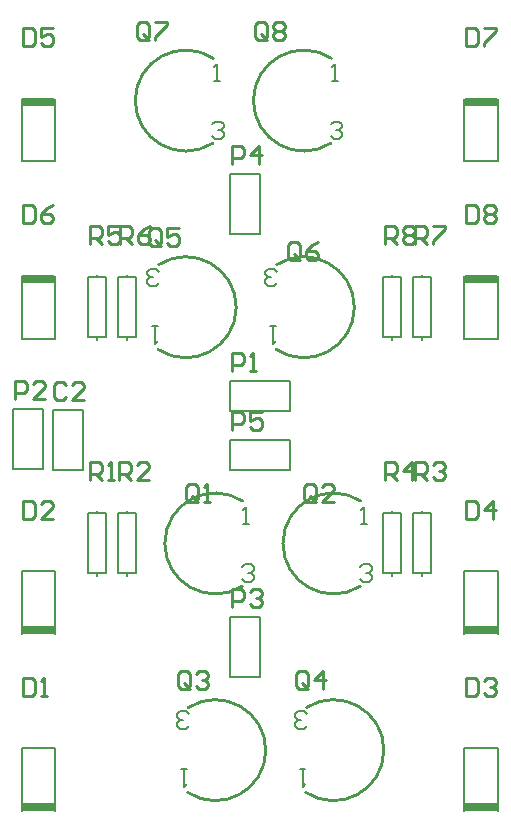
<source format=gto>
%FSLAX44Y44*%
%MOMM*%
G71*
G01*
G75*
%ADD10O,2.0000X1.0000*%
%ADD11O,2.0000X1.0000*%
%ADD12R,1.5000X1.5000*%
%ADD13C,1.5000*%
%ADD14C,1.4000*%
%ADD15R,1.5000X1.5000*%
%ADD16C,1.2000*%
%ADD17R,2.0000X2.0000*%
%ADD18C,2.0000*%
%ADD19C,1.5240*%
%ADD20C,0.6000*%
%ADD21C,0.8000*%
%ADD22C,0.2540*%
%ADD23C,0.2000*%
%ADD24C,0.1500*%
%ADD25R,2.8000X0.8000*%
D22*
X401677Y389194D02*
G03*
X402172Y461124I23323J35806D01*
G01*
X323323Y1010806D02*
G03*
X322828Y938876I-23323J-35806D01*
G01*
X301677Y389194D02*
G03*
X302172Y461124I23323J35806D01*
G01*
X276677Y764194D02*
G03*
X277172Y836124I23323J35806D01*
G01*
X423323Y1010806D02*
G03*
X422828Y938876I-23323J-35806D01*
G01*
X376677Y764194D02*
G03*
X377172Y836124I23323J35806D01*
G01*
X448323Y635806D02*
G03*
X447828Y563876I-23323J-35806D01*
G01*
X348323Y635806D02*
G03*
X347828Y563876I-23323J-35806D01*
G01*
X268729Y1029207D02*
Y1039364D01*
X266189Y1041903D01*
X261111D01*
X258572Y1039364D01*
Y1029207D01*
X261111Y1026668D01*
X266189D01*
X263650Y1031746D02*
X268729Y1026668D01*
X266189D02*
X268729Y1029207D01*
X273807Y1041903D02*
X283964D01*
Y1039364D01*
X273807Y1029207D01*
Y1026668D01*
X278661Y854101D02*
Y864258D01*
X276122Y866797D01*
X271043D01*
X268504Y864258D01*
Y854101D01*
X271043Y851562D01*
X276122D01*
X273582Y856640D02*
X278661Y851562D01*
X276122D02*
X278661Y854101D01*
X293896Y866797D02*
X283739D01*
Y859180D01*
X288817Y861719D01*
X291357D01*
X293896Y859180D01*
Y854101D01*
X291357Y851562D01*
X286278D01*
X283739Y854101D01*
X403603Y479043D02*
Y489200D01*
X401063Y491739D01*
X395985D01*
X393446Y489200D01*
Y479043D01*
X395985Y476504D01*
X401063D01*
X398524Y481582D02*
X403603Y476504D01*
X401063D02*
X403603Y479043D01*
X416299Y476504D02*
Y491739D01*
X408681Y484122D01*
X418838D01*
X303527Y479043D02*
Y489200D01*
X300987Y491739D01*
X295909D01*
X293370Y489200D01*
Y479043D01*
X295909Y476504D01*
X300987D01*
X298448Y481582D02*
X303527Y476504D01*
X300987D02*
X303527Y479043D01*
X308605Y489200D02*
X311144Y491739D01*
X316223D01*
X318762Y489200D01*
Y486661D01*
X316223Y484122D01*
X313683D01*
X316223D01*
X318762Y481582D01*
Y479043D01*
X316223Y476504D01*
X311144D01*
X308605Y479043D01*
X338836Y746398D02*
Y761633D01*
X346454D01*
X348993Y759094D01*
Y754016D01*
X346454Y751476D01*
X338836D01*
X354071Y746398D02*
X359149D01*
X356610D01*
Y761633D01*
X354071Y759094D01*
X198891Y734488D02*
X196352Y737027D01*
X191273D01*
X188734Y734488D01*
Y724331D01*
X191273Y721792D01*
X196352D01*
X198891Y724331D01*
X214126Y721792D02*
X203969D01*
X214126Y731949D01*
Y734488D01*
X211587Y737027D01*
X206508D01*
X203969Y734488D01*
X162598Y486069D02*
Y470834D01*
X170215D01*
X172755Y473373D01*
Y483530D01*
X170215Y486069D01*
X162598D01*
X177833Y470834D02*
X182911D01*
X180372D01*
Y486069D01*
X177833Y483530D01*
X162598Y636113D02*
Y620878D01*
X170215D01*
X172755Y623417D01*
Y633574D01*
X170215Y636113D01*
X162598D01*
X187990Y620878D02*
X177833D01*
X187990Y631035D01*
Y633574D01*
X185451Y636113D01*
X180372D01*
X177833Y633574D01*
X537464Y486183D02*
Y470948D01*
X545081D01*
X547621Y473487D01*
Y483644D01*
X545081Y486183D01*
X537464D01*
X552699Y483644D02*
X555238Y486183D01*
X560317D01*
X562856Y483644D01*
Y481105D01*
X560317Y478565D01*
X557777D01*
X560317D01*
X562856Y476026D01*
Y473487D01*
X560317Y470948D01*
X555238D01*
X552699Y473487D01*
X537502Y636075D02*
Y620840D01*
X545120D01*
X547659Y623379D01*
Y633536D01*
X545120Y636075D01*
X537502D01*
X560355Y620840D02*
Y636075D01*
X552737Y628457D01*
X562894D01*
X162427Y1036228D02*
Y1020993D01*
X170044D01*
X172584Y1023532D01*
Y1033689D01*
X170044Y1036228D01*
X162427D01*
X187819D02*
X177662D01*
Y1028611D01*
X182740Y1031150D01*
X185280D01*
X187819Y1028611D01*
Y1023532D01*
X185280Y1020993D01*
X180201D01*
X177662Y1023532D01*
X162427Y886228D02*
Y870993D01*
X170044D01*
X172584Y873532D01*
Y883689D01*
X170044Y886228D01*
X162427D01*
X187819D02*
X182740Y883689D01*
X177662Y878611D01*
Y873532D01*
X180201Y870993D01*
X185280D01*
X187819Y873532D01*
Y876071D01*
X185280Y878611D01*
X177662D01*
X537427Y1036228D02*
Y1020993D01*
X545045D01*
X547584Y1023532D01*
Y1033689D01*
X545045Y1036228D01*
X537427D01*
X552662D02*
X562819D01*
Y1033689D01*
X552662Y1023532D01*
Y1020993D01*
X537427Y886228D02*
Y870993D01*
X545045D01*
X547584Y873532D01*
Y883689D01*
X545045Y886228D01*
X537427D01*
X552662Y883689D02*
X555201Y886228D01*
X560280D01*
X562819Y883689D01*
Y881150D01*
X560280Y878611D01*
X562819Y876071D01*
Y873532D01*
X560280Y870993D01*
X555201D01*
X552662Y873532D01*
Y876071D01*
X555201Y878611D01*
X552662Y881150D01*
Y883689D01*
X555201Y878611D02*
X560280D01*
X155556Y722122D02*
Y737357D01*
X163174D01*
X165713Y734818D01*
Y729740D01*
X163174Y727200D01*
X155556D01*
X180948Y722122D02*
X170791D01*
X180948Y732279D01*
Y734818D01*
X178409Y737357D01*
X173330D01*
X170791Y734818D01*
X338874Y546392D02*
Y561627D01*
X346492D01*
X349031Y559088D01*
Y554010D01*
X346492Y551470D01*
X338874D01*
X354109Y559088D02*
X356648Y561627D01*
X361727D01*
X364266Y559088D01*
Y556549D01*
X361727Y554010D01*
X359187D01*
X361727D01*
X364266Y551470D01*
Y548931D01*
X361727Y546392D01*
X356648D01*
X354109Y548931D01*
X338836Y921258D02*
Y936493D01*
X346454D01*
X348993Y933954D01*
Y928876D01*
X346454Y926336D01*
X338836D01*
X361689Y921258D02*
Y936493D01*
X354071Y928876D01*
X364228D01*
X338836Y696214D02*
Y711449D01*
X346454D01*
X348993Y708910D01*
Y703831D01*
X346454Y701292D01*
X338836D01*
X364228Y711449D02*
X354071D01*
Y703831D01*
X359149Y706371D01*
X361689D01*
X364228Y703831D01*
Y698753D01*
X361689Y696214D01*
X356610D01*
X354071Y698753D01*
X310138Y637718D02*
Y647875D01*
X307598Y650414D01*
X302520D01*
X299981Y647875D01*
Y637718D01*
X302520Y635179D01*
X307598D01*
X305059Y640257D02*
X310138Y635179D01*
X307598D02*
X310138Y637718D01*
X315216Y635179D02*
X320294D01*
X317755D01*
Y650414D01*
X315216Y647875D01*
X410138Y637718D02*
Y647875D01*
X407598Y650414D01*
X402520D01*
X399981Y647875D01*
Y637718D01*
X402520Y635179D01*
X407598D01*
X405059Y640257D02*
X410138Y635179D01*
X407598D02*
X410138Y637718D01*
X425373Y635179D02*
X415216D01*
X425373Y645336D01*
Y647875D01*
X422834Y650414D01*
X417755D01*
X415216Y647875D01*
X396561Y842625D02*
Y852782D01*
X394021Y855321D01*
X388943D01*
X386404Y852782D01*
Y842625D01*
X388943Y840086D01*
X394021D01*
X391482Y845164D02*
X396561Y840086D01*
X394021D02*
X396561Y842625D01*
X411796Y855321D02*
X406717Y852782D01*
X401639Y847703D01*
Y842625D01*
X404178Y840086D01*
X409257D01*
X411796Y842625D01*
Y845164D01*
X409257Y847703D01*
X401639D01*
X368805Y1029207D02*
Y1039364D01*
X366265Y1041903D01*
X361187D01*
X358648Y1039364D01*
Y1029207D01*
X361187Y1026668D01*
X366265D01*
X363726Y1031746D02*
X368805Y1026668D01*
X366265D02*
X368805Y1029207D01*
X373883Y1039364D02*
X376422Y1041903D01*
X381501D01*
X384040Y1039364D01*
Y1036825D01*
X381501Y1034286D01*
X384040Y1031746D01*
Y1029207D01*
X381501Y1026668D01*
X376422D01*
X373883Y1029207D01*
Y1031746D01*
X376422Y1034286D01*
X373883Y1036825D01*
Y1039364D01*
X376422Y1034286D02*
X381501D01*
X218910Y653638D02*
Y668873D01*
X226528D01*
X229067Y666334D01*
Y661255D01*
X226528Y658716D01*
X218910D01*
X223988D02*
X229067Y653638D01*
X234145D02*
X239223D01*
X236684D01*
Y668873D01*
X234145Y666334D01*
X243802Y653644D02*
Y668879D01*
X251420D01*
X253959Y666340D01*
Y661262D01*
X251420Y658722D01*
X243802D01*
X248880D02*
X253959Y653644D01*
X269194D02*
X259037D01*
X269194Y663801D01*
Y666340D01*
X266655Y668879D01*
X261576D01*
X259037Y666340D01*
X494030Y653784D02*
Y669019D01*
X501647D01*
X504187Y666480D01*
Y661402D01*
X501647Y658862D01*
X494030D01*
X499108D02*
X504187Y653784D01*
X509265Y666480D02*
X511804Y669019D01*
X516883D01*
X519422Y666480D01*
Y663941D01*
X516883Y661402D01*
X514343D01*
X516883D01*
X519422Y658862D01*
Y656323D01*
X516883Y653784D01*
X511804D01*
X509265Y656323D01*
X468846Y653752D02*
Y668987D01*
X476464D01*
X479003Y666448D01*
Y661369D01*
X476464Y658830D01*
X468846D01*
X473924D02*
X479003Y653752D01*
X491699D02*
Y668987D01*
X484081Y661369D01*
X494238D01*
X218802Y853770D02*
Y869005D01*
X226420D01*
X228959Y866466D01*
Y861387D01*
X226420Y858848D01*
X218802D01*
X223880D02*
X228959Y853770D01*
X244194Y869005D02*
X234037D01*
Y861387D01*
X239115Y863927D01*
X241655D01*
X244194Y861387D01*
Y856309D01*
X241655Y853770D01*
X236576D01*
X234037Y856309D01*
X243986Y853656D02*
Y868891D01*
X251604D01*
X254143Y866352D01*
Y861273D01*
X251604Y858734D01*
X243986D01*
X249064D02*
X254143Y853656D01*
X269378Y868891D02*
X264299Y866352D01*
X259221Y861273D01*
Y856195D01*
X261760Y853656D01*
X266839D01*
X269378Y856195D01*
Y858734D01*
X266839Y861273D01*
X259221D01*
X494031Y853721D02*
Y868956D01*
X501648D01*
X504188Y866417D01*
Y861339D01*
X501648Y858799D01*
X494031D01*
X499109D02*
X504188Y853721D01*
X509266Y868956D02*
X519423D01*
Y866417D01*
X509266Y856260D01*
Y853721D01*
X469030Y853694D02*
Y868929D01*
X476647D01*
X479187Y866390D01*
Y861311D01*
X476647Y858772D01*
X469030D01*
X474108D02*
X479187Y853694D01*
X484265Y866390D02*
X486804Y868929D01*
X491883D01*
X494422Y866390D01*
Y863851D01*
X491883Y861311D01*
X494422Y858772D01*
Y856233D01*
X491883Y853694D01*
X486804D01*
X484265Y856233D01*
Y858772D01*
X486804Y861311D01*
X484265Y863851D01*
Y866390D01*
X486804Y861311D02*
X491883D01*
D23*
X388100Y712300D02*
Y737700D01*
X337300Y712300D02*
X388100D01*
X337300D02*
Y737700D01*
X388100D01*
X250000Y625400D02*
Y627686D01*
Y572314D02*
Y574600D01*
Y625400D02*
X257620D01*
Y574600D02*
Y625400D01*
X242380Y574600D02*
X257620D01*
X242380D02*
Y625400D01*
X250000D01*
X475000D02*
Y627686D01*
Y572314D02*
Y574600D01*
Y625400D02*
X482620D01*
Y574600D02*
Y625400D01*
X467380Y574600D02*
X482620D01*
X467380D02*
Y625400D01*
X475000D01*
X250000Y772314D02*
Y774600D01*
Y825400D02*
Y827686D01*
X242380Y774600D02*
X250000D01*
X242380D02*
Y825400D01*
X257620D01*
Y774600D02*
Y825400D01*
X250000Y774600D02*
X257620D01*
X475000Y772314D02*
Y774600D01*
Y825400D02*
Y827686D01*
X467380Y774600D02*
X475000D01*
X467380D02*
Y825400D01*
X482620D01*
Y774600D02*
Y825400D01*
X475000Y774600D02*
X482620D01*
X225000Y572314D02*
Y574600D01*
Y625400D02*
Y627686D01*
X217380Y574600D02*
X225000D01*
X217380D02*
Y625400D01*
X232620D01*
Y574600D02*
Y625400D01*
X225000Y574600D02*
X232620D01*
X500000Y572314D02*
Y574600D01*
Y625400D02*
Y627686D01*
X492380Y574600D02*
X500000D01*
X492380D02*
Y625400D01*
X507620D01*
Y574600D02*
Y625400D01*
X500000Y574600D02*
X507620D01*
X225000Y825400D02*
Y827686D01*
Y772314D02*
Y774600D01*
Y825400D02*
X232620D01*
Y774600D02*
Y825400D01*
X217380Y774600D02*
X232620D01*
X217380D02*
Y825400D01*
X225000D01*
X500000D02*
Y827686D01*
Y772314D02*
Y774600D01*
Y825400D02*
X507620D01*
Y774600D02*
Y825400D01*
X492380Y774600D02*
X507620D01*
X492380D02*
Y825400D01*
X500000D01*
X154032Y662686D02*
Y713486D01*
Y662686D02*
X179432D01*
Y713486D01*
X154032D02*
X179432D01*
X362700Y861900D02*
Y912700D01*
X337300D02*
X362700D01*
X337300Y861900D02*
Y912700D01*
Y861900D02*
X362700D01*
X187300Y713100D02*
X212700D01*
Y662300D02*
Y713100D01*
X187300Y662300D02*
X212700D01*
X187300D02*
Y713100D01*
X189000Y773500D02*
Y826500D01*
X161000Y773500D02*
Y826500D01*
Y773500D02*
X189000D01*
X564000D02*
Y826500D01*
X536000Y773500D02*
Y826500D01*
Y773500D02*
X564000D01*
X189000Y923500D02*
Y976500D01*
X161000Y923500D02*
Y976500D01*
Y923500D02*
X189000D01*
X564000D02*
Y976500D01*
X536000Y923500D02*
Y976500D01*
Y923500D02*
X564000D01*
X161000Y523500D02*
Y576500D01*
X189000Y523500D02*
Y576500D01*
X161000D02*
X189000D01*
X536000Y523500D02*
Y576500D01*
X564000Y523500D02*
Y576500D01*
X536000D02*
X564000D01*
X161000Y373500D02*
Y426500D01*
X189000Y373500D02*
Y426500D01*
X161000D02*
X189000D01*
X536000Y373500D02*
Y426500D01*
X564000Y373500D02*
Y426500D01*
X536000D02*
X564000D01*
X362700Y486900D02*
Y537700D01*
X337300D02*
X362700D01*
X337300Y486900D02*
Y537700D01*
Y486900D02*
X362700D01*
X337300Y687700D02*
X388100D01*
X337300Y662300D02*
Y687700D01*
Y662300D02*
X388100D01*
Y687700D01*
D24*
X401378Y408744D02*
X396380D01*
X398879D01*
Y393749D01*
X401378Y396248D01*
X402394Y445270D02*
X399895Y442771D01*
X394896D01*
X392397Y445270D01*
Y447769D01*
X394896Y450268D01*
X397396D01*
X394896D01*
X392397Y452768D01*
Y455267D01*
X394896Y457766D01*
X399895D01*
X402394Y455267D01*
X323622Y991256D02*
X328620D01*
X326121D01*
Y1006251D01*
X323622Y1003752D01*
X322606Y954730D02*
X325105Y957229D01*
X330104D01*
X332603Y954730D01*
Y952231D01*
X330104Y949732D01*
X327604D01*
X330104D01*
X332603Y947232D01*
Y944733D01*
X330104Y942234D01*
X325105D01*
X322606Y944733D01*
X301378Y408744D02*
X296380D01*
X298879D01*
Y393749D01*
X301378Y396248D01*
X302394Y445270D02*
X299895Y442771D01*
X294896D01*
X292397Y445270D01*
Y447769D01*
X294896Y450268D01*
X297396D01*
X294896D01*
X292397Y452768D01*
Y455267D01*
X294896Y457766D01*
X299895D01*
X302394Y455267D01*
X276378Y783744D02*
X271380D01*
X273879D01*
Y768749D01*
X276378Y771248D01*
X277394Y820270D02*
X274895Y817771D01*
X269896D01*
X267397Y820270D01*
Y822769D01*
X269896Y825268D01*
X272396D01*
X269896D01*
X267397Y827768D01*
Y830267D01*
X269896Y832766D01*
X274895D01*
X277394Y830267D01*
X423622Y991256D02*
X428620D01*
X426121D01*
Y1006251D01*
X423622Y1003752D01*
X422606Y954730D02*
X425105Y957229D01*
X430104D01*
X432603Y954730D01*
Y952231D01*
X430104Y949732D01*
X427604D01*
X430104D01*
X432603Y947232D01*
Y944733D01*
X430104Y942234D01*
X425105D01*
X422606Y944733D01*
X376378Y783744D02*
X371380D01*
X373879D01*
Y768749D01*
X376378Y771248D01*
X377394Y820270D02*
X374895Y817771D01*
X369896D01*
X367397Y820270D01*
Y822769D01*
X369896Y825268D01*
X372396D01*
X369896D01*
X367397Y827768D01*
Y830267D01*
X369896Y832766D01*
X374895D01*
X377394Y830267D01*
X448622Y616256D02*
X453620D01*
X451121D01*
Y631251D01*
X448622Y628752D01*
X447606Y579730D02*
X450105Y582229D01*
X455104D01*
X457603Y579730D01*
Y577231D01*
X455104Y574732D01*
X452604D01*
X455104D01*
X457603Y572232D01*
Y569733D01*
X455104Y567234D01*
X450105D01*
X447606Y569733D01*
X348622Y616256D02*
X353620D01*
X351121D01*
Y631251D01*
X348622Y628752D01*
X347606Y579730D02*
X350105Y582229D01*
X355104D01*
X357603Y579730D01*
Y577231D01*
X355104Y574732D01*
X352604D01*
X355104D01*
X357603Y572232D01*
Y569733D01*
X355104Y567234D01*
X350105D01*
X347606Y569733D01*
D25*
X174996Y823500D02*
D03*
X549980D02*
D03*
X174991Y973500D02*
D03*
X549998D02*
D03*
X174989Y526500D02*
D03*
X549991Y526486D02*
D03*
X174988Y376485D02*
D03*
X549993Y376500D02*
D03*
M02*

</source>
